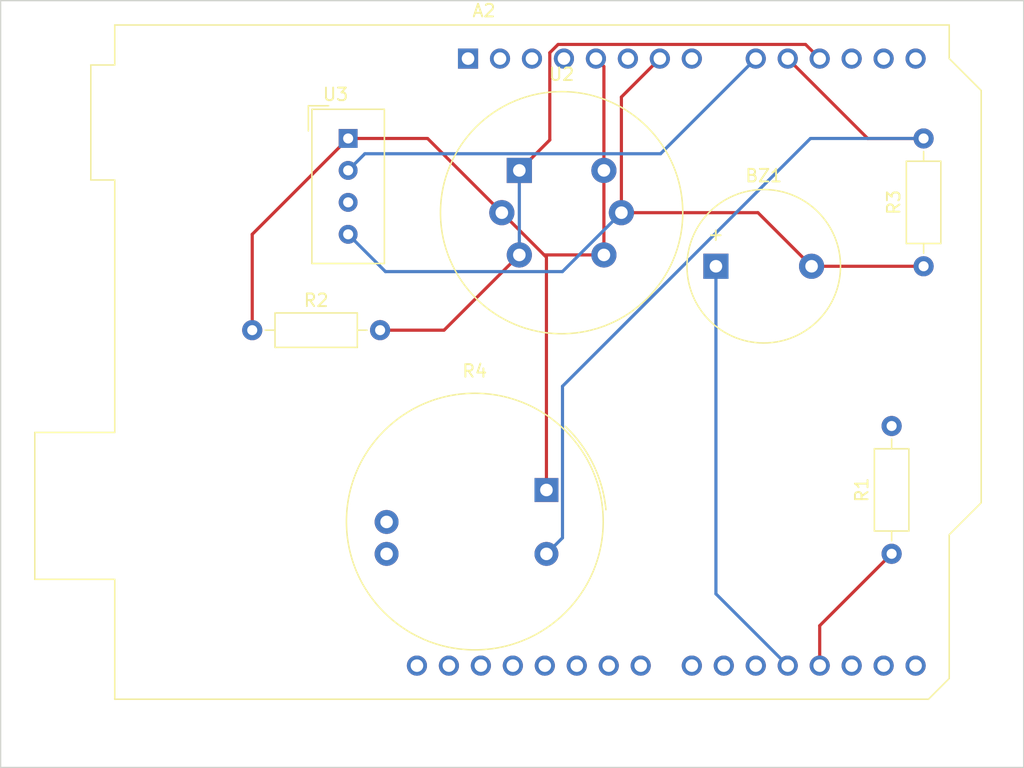
<source format=kicad_pcb>
(kicad_pcb (version 20221018) (generator pcbnew)
  (layers (0 "F.Cu" signal) (31 "B.Cu" signal) (34 "B.Paste" user) (35 "F.Paste" user) (36 "B.SilkS" user "B.Silkscreen") (37 "F.SilkS" user "F.Silkscreen") (38 "B.Mask" user) (39 "F.Mask" user) (44 "Edge.Cuts" user))
  (net 0 "")
  (net 1 "Net-(A2-A2)")
  (net 2 "+5V")
  (net 3 "0")
  (net 4 "Net-(A2-A1)")
  (net 5 "Net-(A2-D3)")
  (net 6 "Net-(D1-A)")
  (net 7 "Net-(A2-A0)")
  (net 20 "Net-(A2-D4)")
  (footprint "Sensor:LuminOX_LOX-O2" (layer "F.Cu") (at 122.434176 96.527503)
    (fp_text reference "R4" (at -5.7 -9.46 unlocked) (layer "F.SilkS"))
    (fp_text value "R_Photo")
    (fp_arc (start 1.499999 -5.059999) (mid 3.716011 -2.040722) (end 4.726649 1.565571) (stroke (width 0.12)) (layer "F.SilkS"))
    (fp_circle (center -5.69 2.51) (end -5.7 -7.69) (stroke (width 0.12)) (fill none) (layer "F.SilkS"))
    (pad "1" thru_hole rect (at 0 0) (size 1.9 1.9) (drill 1) (layers "*.Cu" "*.Mask") (net 2 "+5V"))
    (pad "2" thru_hole circle (at 0 5.08) (size 1.9 1.9) (drill 1) (layers "*.Cu" "*.Mask") (net 4 "Net-(A2-A1)"))
    (pad "3" thru_hole circle (at -12.7 2.54) (size 1.9 1.9) (drill 1) (layers "*.Cu" "*.Mask"))
    (pad "4" thru_hole circle (at -12.7 5.08) (size 1.9 1.9) (drill 1) (layers "*.Cu" "*.Mask"))
  )
  (footprint "Resistor_THT:R_Axial_DIN0207_L6.3mm_D2.5mm_P10.16mm_Horizontal" (layer "F.Cu") (at 99.06 83.82)
    (fp_text reference "R2" (at 5.08 -2.37) (layer "F.SilkS"))
    (fp_text value "560")
    (fp_line (start 1.04 0) (end 1.81 0) (stroke (width 0.12)) (layer "F.SilkS"))
    (fp_line (start 1.81 -1.37) (end 1.81 1.37) (stroke (width 0.12)) (layer "F.SilkS"))
    (fp_line (start 1.81 1.37) (end 8.35 1.37) (stroke (width 0.12)) (layer "F.SilkS"))
    (fp_line (start 8.35 -1.37) (end 1.81 -1.37) (stroke (width 0.12)) (layer "F.SilkS"))
    (fp_line (start 8.35 1.37) (end 8.35 -1.37) (stroke (width 0.12)) (layer "F.SilkS"))
    (fp_line (start 9.12 0) (end 8.35 0) (stroke (width 0.12)) (layer "F.SilkS"))
    (pad "1" thru_hole circle (at 0 0) (size 1.6 1.6) (drill 0.8) (layers "*.Cu" "*.Mask") (net 2 "+5V"))
    (pad "2" thru_hole oval (at 10.16 0) (size 1.6 1.6) (drill 0.8) (layers "*.Cu" "*.Mask") (net 1 "Net-(A2-A2)"))
  )
  (footprint "Module:Arduino_UNO_R2" (layer "F.Cu") (at 116.205 62.23)
    (fp_text reference "A2" (at 1.27 -3.81 180) (layer "F.SilkS"))
    (fp_text value "Arduino_UNO_R2")
    (fp_line (start -34.42 29.72) (end -34.42 41.4) (stroke (width 0.12)) (layer "F.SilkS"))
    (fp_line (start -34.42 41.4) (end -28.07 41.4) (stroke (width 0.12)) (layer "F.SilkS"))
    (fp_line (start -29.97 0.51) (end -29.97 9.65) (stroke (width 0.12)) (layer "F.SilkS"))
    (fp_line (start -29.97 9.65) (end -28.07 9.65) (stroke (width 0.12)) (layer "F.SilkS"))
    (fp_line (start -28.07 -2.67) (end -28.07 0.51) (stroke (width 0.12)) (layer "F.SilkS"))
    (fp_line (start -28.07 0.51) (end -29.97 0.51) (stroke (width 0.12)) (layer "F.SilkS"))
    (fp_line (start -28.07 9.65) (end -28.07 29.72) (stroke (width 0.12)) (layer "F.SilkS"))
    (fp_line (start -28.07 29.72) (end -34.42 29.72) (stroke (width 0.12)) (layer "F.SilkS"))
    (fp_line (start -28.07 41.4) (end -28.07 50.93) (stroke (width 0.12)) (layer "F.SilkS"))
    (fp_line (start -28.07 50.93) (end 36.58 50.93) (stroke (width 0.12)) (layer "F.SilkS"))
    (fp_line (start 36.58 50.93) (end 38.23 49.28) (stroke (width 0.12)) (layer "F.SilkS"))
    (fp_line (start 38.23 -2.67) (end -28.07 -2.67) (stroke (width 0.12)) (layer "F.SilkS"))
    (fp_line (start 38.23 0) (end 38.23 -2.67) (stroke (width 0.12)) (layer "F.SilkS"))
    (fp_line (start 38.23 37.85) (end 40.77 35.31) (stroke (width 0.12)) (layer "F.SilkS"))
    (fp_line (start 38.23 49.28) (end 38.23 37.85) (stroke (width 0.12)) (layer "F.SilkS"))
    (fp_line (start 40.77 2.54) (end 38.23 0) (stroke (width 0.12)) (layer "F.SilkS"))
    (fp_line (start 40.77 35.31) (end 40.77 2.54) (stroke (width 0.12)) (layer "F.SilkS"))
    (pad "1" thru_hole rect (at 0 0 90) (size 1.6 1.6) (drill 1) (layers "*.Cu" "*.Mask"))
    (pad "2" thru_hole oval (at 2.54 0 90) (size 1.6 1.6) (drill 1) (layers "*.Cu" "*.Mask"))
    (pad "3" thru_hole oval (at 5.08 0 90) (size 1.6 1.6) (drill 1) (layers "*.Cu" "*.Mask"))
    (pad "4" thru_hole oval (at 7.62 0 90) (size 1.6 1.6) (drill 1) (layers "*.Cu" "*.Mask"))
    (pad "5" thru_hole oval (at 10.16 0 90) (size 1.6 1.6) (drill 1) (layers "*.Cu" "*.Mask") (net 2 "+5V"))
    (pad "6" thru_hole oval (at 12.7 0 90) (size 1.6 1.6) (drill 1) (layers "*.Cu" "*.Mask"))
    (pad "7" thru_hole oval (at 15.24 0 90) (size 1.6 1.6) (drill 1) (layers "*.Cu" "*.Mask") (net 3 "0"))
    (pad "8" thru_hole oval (at 17.78 0 90) (size 1.6 1.6) (drill 1) (layers "*.Cu" "*.Mask"))
    (pad "9" thru_hole oval (at 22.86 0 90) (size 1.6 1.6) (drill 1) (layers "*.Cu" "*.Mask") (net 7 "Net-(A2-A0)"))
    (pad "10" thru_hole oval (at 25.4 0 90) (size 1.6 1.6) (drill 1) (layers "*.Cu" "*.Mask") (net 4 "Net-(A2-A1)"))
    (pad "11" thru_hole oval (at 27.94 0 90) (size 1.6 1.6) (drill 1) (layers "*.Cu" "*.Mask") (net 1 "Net-(A2-A2)"))
    (pad "12" thru_hole oval (at 30.48 0 90) (size 1.6 1.6) (drill 1) (layers "*.Cu" "*.Mask"))
    (pad "13" thru_hole oval (at 33.02 0 90) (size 1.6 1.6) (drill 1) (layers "*.Cu" "*.Mask"))
    (pad "14" thru_hole oval (at 35.56 0 90) (size 1.6 1.6) (drill 1) (layers "*.Cu" "*.Mask"))
    (pad "15" thru_hole oval (at 35.56 48.26 90) (size 1.6 1.6) (drill 1) (layers "*.Cu" "*.Mask"))
    (pad "16" thru_hole oval (at 33.02 48.26 90) (size 1.6 1.6) (drill 1) (layers "*.Cu" "*.Mask"))
    (pad "17" thru_hole oval (at 30.48 48.26 90) (size 1.6 1.6) (drill 1) (layers "*.Cu" "*.Mask"))
    (pad "18" thru_hole oval (at 27.94 48.26 90) (size 1.6 1.6) (drill 1) (layers "*.Cu" "*.Mask") (net 5 "Net-(A2-D3)"))
    (pad "19" thru_hole oval (at 25.4 48.26 90) (size 1.6 1.6) (drill 1) (layers "*.Cu" "*.Mask") (net 20 "Net-(A2-D4)"))
    (pad "20" thru_hole oval (at 22.86 48.26 90) (size 1.6 1.6) (drill 1) (layers "*.Cu" "*.Mask"))
    (pad "21" thru_hole oval (at 20.32 48.26 90) (size 1.6 1.6) (drill 1) (layers "*.Cu" "*.Mask"))
    (pad "22" thru_hole oval (at 17.78 48.26 90) (size 1.6 1.6) (drill 1) (layers "*.Cu" "*.Mask"))
    (pad "23" thru_hole oval (at 13.72 48.26 90) (size 1.6 1.6) (drill 1) (layers "*.Cu" "*.Mask"))
    (pad "24" thru_hole oval (at 11.18 48.26 90) (size 1.6 1.6) (drill 1) (layers "*.Cu" "*.Mask"))
    (pad "25" thru_hole oval (at 8.64 48.26 90) (size 1.6 1.6) (drill 1) (layers "*.Cu" "*.Mask"))
    (pad "26" thru_hole oval (at 6.1 48.26 90) (size 1.6 1.6) (drill 1) (layers "*.Cu" "*.Mask"))
    (pad "27" thru_hole oval (at 3.56 48.26 90) (size 1.6 1.6) (drill 1) (layers "*.Cu" "*.Mask"))
    (pad "28" thru_hole oval (at 1.02 48.26 90) (size 1.6 1.6) (drill 1) (layers "*.Cu" "*.Mask"))
    (pad "29" thru_hole oval (at -1.52 48.26 90) (size 1.6 1.6) (drill 1) (layers "*.Cu" "*.Mask"))
    (pad "30" thru_hole oval (at -4.06 48.26 90) (size 1.6 1.6) (drill 1) (layers "*.Cu" "*.Mask"))
  )
  (footprint "Sensor:Aosong_DHT11_5.5x12.0_P2.54mm" (layer "F.Cu") (at 106.68 68.58)
    (fp_text reference "U3" (at -1 -3.5) (layer "F.SilkS"))
    (fp_text value "CHT11")
    (fp_line (start -3.16 -2.6) (end -3.16 -0.6) (stroke (width 0.12)) (layer "F.SilkS"))
    (fp_line (start -3.16 -2.6) (end -1.55 -2.6) (stroke (width 0.12)) (layer "F.SilkS"))
    (fp_line (start -2.88 9.94) (end -2.88 -2.31) (stroke (width 0.12)) (layer "F.SilkS"))
    (fp_line (start -2.87 -2.32) (end 2.87 -2.32) (stroke (width 0.12)) (layer "F.SilkS"))
    (fp_line (start 2.88 -2.32) (end 2.88 9.94) (stroke (width 0.12)) (layer "F.SilkS"))
    (fp_line (start 2.88 9.94) (end -2.88 9.94) (stroke (width 0.12)) (layer "F.SilkS"))
    (pad "1" thru_hole rect (at 0 0) (size 1.5 1.5) (drill 0.8) (layers "*.Cu" "*.Mask") (net 2 "+5V"))
    (pad "2" thru_hole circle (at 0 2.54) (size 1.5 1.5) (drill 0.8) (layers "*.Cu" "*.Mask") (net 7 "Net-(A2-A0)"))
    (pad "3" thru_hole circle (at 0 5.08) (size 1.5 1.5) (drill 0.8) (layers "*.Cu" "*.Mask"))
    (pad "4" thru_hole circle (at 0 7.62) (size 1.5 1.5) (drill 0.8) (layers "*.Cu" "*.Mask") (net 3 "0"))
  )
  (footprint "Resistor_THT:R_Axial_DIN0207_L6.3mm_D2.5mm_P10.16mm_Horizontal" (layer "F.Cu") (at 152.4 78.74 90)
    (fp_text reference "R3" (at 5.08 -2.37 90) (layer "F.SilkS"))
    (fp_text value "560")
    (fp_line (start 1.04 0) (end 1.81 0) (stroke (width 0.12)) (layer "F.SilkS"))
    (fp_line (start 1.81 -1.37) (end 1.81 1.37) (stroke (width 0.12)) (layer "F.SilkS"))
    (fp_line (start 1.81 1.37) (end 8.35 1.37) (stroke (width 0.12)) (layer "F.SilkS"))
    (fp_line (start 8.35 -1.37) (end 1.81 -1.37) (stroke (width 0.12)) (layer "F.SilkS"))
    (fp_line (start 8.35 1.37) (end 8.35 -1.37) (stroke (width 0.12)) (layer "F.SilkS"))
    (fp_line (start 9.12 0) (end 8.35 0) (stroke (width 0.12)) (layer "F.SilkS"))
    (pad "1" thru_hole circle (at 0 0 90) (size 1.6 1.6) (drill 0.8) (layers "*.Cu" "*.Mask") (net 3 "0"))
    (pad "2" thru_hole oval (at 10.16 0 90) (size 1.6 1.6) (drill 0.8) (layers "*.Cu" "*.Mask") (net 4 "Net-(A2-A1)"))
  )
  (footprint "Resistor_THT:R_Axial_DIN0207_L6.3mm_D2.5mm_P10.16mm_Horizontal" (layer "F.Cu") (at 149.86 101.6 90)
    (fp_text reference "R1" (at 5.08 -2.37 90) (layer "F.SilkS"))
    (fp_text value "560")
    (fp_line (start 1.04 0) (end 1.81 0) (stroke (width 0.12)) (layer "F.SilkS"))
    (fp_line (start 1.81 -1.37) (end 1.81 1.37) (stroke (width 0.12)) (layer "F.SilkS"))
    (fp_line (start 1.81 1.37) (end 8.35 1.37) (stroke (width 0.12)) (layer "F.SilkS"))
    (fp_line (start 8.35 -1.37) (end 1.81 -1.37) (stroke (width 0.12)) (layer "F.SilkS"))
    (fp_line (start 8.35 1.37) (end 8.35 -1.37) (stroke (width 0.12)) (layer "F.SilkS"))
    (fp_line (start 9.12 0) (end 8.35 0) (stroke (width 0.12)) (layer "F.SilkS"))
    (pad "1" thru_hole circle (at 0 0 90) (size 1.6 1.6) (drill 0.8) (layers "*.Cu" "*.Mask") (net 5 "Net-(A2-D3)"))
    (pad "2" thru_hole oval (at 10.16 0 90) (size 1.6 1.6) (drill 0.8) (layers "*.Cu" "*.Mask") (net 6 "Net-(D1-A)"))
  )
  (footprint "Sensor:MQ-6" (layer "F.Cu") (at 120.28 71.12)
    (fp_text reference "U2" (at 3.36 -7.64) (layer "F.SilkS"))
    (fp_text value "MQ-6")
    (fp_circle (center 3.36 3.36) (end 12.985 3.36) (stroke (width 0.12)) (fill none) (layer "F.SilkS"))
    (pad "1" thru_hole rect (at 0 0) (size 2 2) (drill 1) (layers "*.Cu" "*.Mask") (net 1 "Net-(A2-A2)"))
    (pad "2" thru_hole circle (at -1.39 3.36) (size 2 2) (drill 1) (layers "*.Cu" "*.Mask") (net 2 "+5V"))
    (pad "3" thru_hole circle (at 0 6.72 90) (size 2 2) (drill 1) (layers "*.Cu" "*.Mask") (net 1 "Net-(A2-A2)"))
    (pad "4" thru_hole circle (at 6.72 6.72 180) (size 2 2) (drill 1) (layers "*.Cu" "*.Mask") (net 2 "+5V"))
    (pad "5" thru_hole circle (at 8.11 3.36) (size 2 2) (drill 1) (layers "*.Cu" "*.Mask") (net 3 "0"))
    (pad "6" thru_hole circle (at 6.72 0 270) (size 2 2) (drill 1) (layers "*.Cu" "*.Mask") (net 2 "+5V"))
  )
  (footprint "Buzzer_Beeper:Buzzer_12x9.5RM7.6" (layer "F.Cu") (at 135.9 78.74)
    (fp_text reference "BZ1" (at 3.8 -7.2) (layer "F.SilkS"))
    (fp_text value "Buzzer")
    (fp_text user "+" (at -0.01 -2.54) (layer "F.SilkS"))
    (fp_circle (center 3.8 0) (end 9.9 0) (stroke (width 0.12)) (fill none) (layer "F.SilkS"))
    (pad "1" thru_hole rect (at 0 0) (size 2 2) (drill 1) (layers "*.Cu" "*.Mask") (net 20 "Net-(A2-D4)"))
    (pad "2" thru_hole circle (at 7.6 0) (size 2 2) (drill 1) (layers "*.Cu" "*.Mask") (net 3 "0"))
  )
  (gr_rect (start 79.07 57.625) (end 160.35 118.585) (stroke (width 0.1)) (fill none) (layer "Edge.Cuts"))
  (segment (start 144.145 62.23) (end 143.02 61.105) (width 0.25) (layer "F.Cu") (net 1))
  (segment (start 122.7 68.7) (end 120.28 71.12) (width 0.25) (layer "F.Cu") (net 1))
  (segment (start 122.7 61.764009) (end 122.7 68.7) (width 0.25) (layer "F.Cu") (net 1))
  (segment (start 120.28 77.84) (end 114.3 83.82) (width 0.25) (layer "F.Cu") (net 1))
  (segment (start 123.359009 61.105) (end 122.7 61.764009) (width 0.25) (layer "F.Cu") (net 1))
  (segment (start 143.02 61.105) (end 123.359009 61.105) (width 0.25) (layer "F.Cu") (net 1))
  (segment (start 114.3 83.82) (end 109.22 83.82) (width 0.25) (layer "F.Cu") (net 1))
  (segment (start 120.28 71.12) (end 120.28 77.84) (width 0.25) (layer "B.Cu") (net 1))
  (segment (start 127 62.865) (end 126.365 62.23) (width 0.25) (layer "F.Cu") (net 2))
  (segment (start 99.06 83.82) (end 99.06 76.2) (width 0.25) (layer "F.Cu") (net 2))
  (segment (start 122.25 77.84) (end 127 77.84) (width 0.25) (layer "F.Cu") (net 2))
  (segment (start 112.99 68.58) (end 118.89 74.48) (width 0.25) (layer "F.Cu") (net 2))
  (segment (start 122.434176 78.024176) (end 122.25 77.84) (width 0.25) (layer "F.Cu") (net 2))
  (segment (start 118.89 74.48) (end 122.25 77.84) (width 0.25) (layer "F.Cu") (net 2))
  (segment (start 99.06 76.2) (end 106.68 68.58) (width 0.25) (layer "F.Cu") (net 2))
  (segment (start 127 71.12) (end 127 62.865) (width 0.25) (layer "F.Cu") (net 2))
  (segment (start 106.68 68.58) (end 112.99 68.58) (width 0.25) (layer "F.Cu") (net 2))
  (segment (start 127 77.84) (end 127 71.12) (width 0.25) (layer "F.Cu") (net 2))
  (segment (start 122.434176 96.527503) (end 122.434176 78.024176) (width 0.25) (layer "F.Cu") (net 2))
  (segment (start 128.39 74.48) (end 139.24 74.48) (width 0.25) (layer "F.Cu") (net 3))
  (segment (start 128.39 74.48) (end 128.39 65.285) (width 0.25) (layer "F.Cu") (net 3))
  (segment (start 128.39 65.285) (end 131.445 62.23) (width 0.25) (layer "F.Cu") (net 3))
  (segment (start 139.24 74.48) (end 143.5 78.74) (width 0.25) (layer "F.Cu") (net 3))
  (segment (start 143.5 78.74) (end 152.4 78.74) (width 0.25) (layer "F.Cu") (net 3))
  (segment (start 109.645 79.165) (end 123.705 79.165) (width 0.25) (layer "B.Cu") (net 3))
  (segment (start 123.705 79.165) (end 128.39 74.48) (width 0.25) (layer "B.Cu") (net 3))
  (segment (start 106.68 76.2) (end 109.645 79.165) (width 0.25) (layer "B.Cu") (net 3))
  (segment (start 152.4 68.58) (end 147.955 68.58) (width 0.25) (layer "F.Cu") (net 4))
  (segment (start 147.955 68.58) (end 141.605 62.23) (width 0.25) (layer "F.Cu") (net 4))
  (segment (start 123.709176 88.280824) (end 123.709176 100.332503) (width 0.25) (layer "B.Cu") (net 4))
  (segment (start 143.41 68.58) (end 123.709176 88.280824) (width 0.25) (layer "B.Cu") (net 4))
  (segment (start 152.4 68.58) (end 143.41 68.58) (width 0.25) (layer "B.Cu") (net 4))
  (segment (start 123.709176 100.332503) (end 122.434176 101.607503) (width 0.25) (layer "B.Cu") (net 4))
  (segment (start 144.145 110.49) (end 144.145 107.315) (width 0.25) (layer "F.Cu") (net 5))
  (segment (start 144.145 107.315) (end 149.86 101.6) (width 0.25) (layer "F.Cu") (net 5))
  (segment (start 106.68 71.12) (end 108.005 69.795) (width 0.25) (layer "B.Cu") (net 7))
  (segment (start 131.5 69.795) (end 139.065 62.23) (width 0.25) (layer "B.Cu") (net 7))
  (segment (start 108.005 69.795) (end 131.5 69.795) (width 0.25) (layer "B.Cu") (net 7))
  (segment (start 135.9 78.74) (end 135.9 104.785) (width 0.25) (layer "B.Cu") (net 20))
  (segment (start 135.9 104.785) (end 141.605 110.49) (width 0.25) (layer "B.Cu") (net 20))
)
</source>
